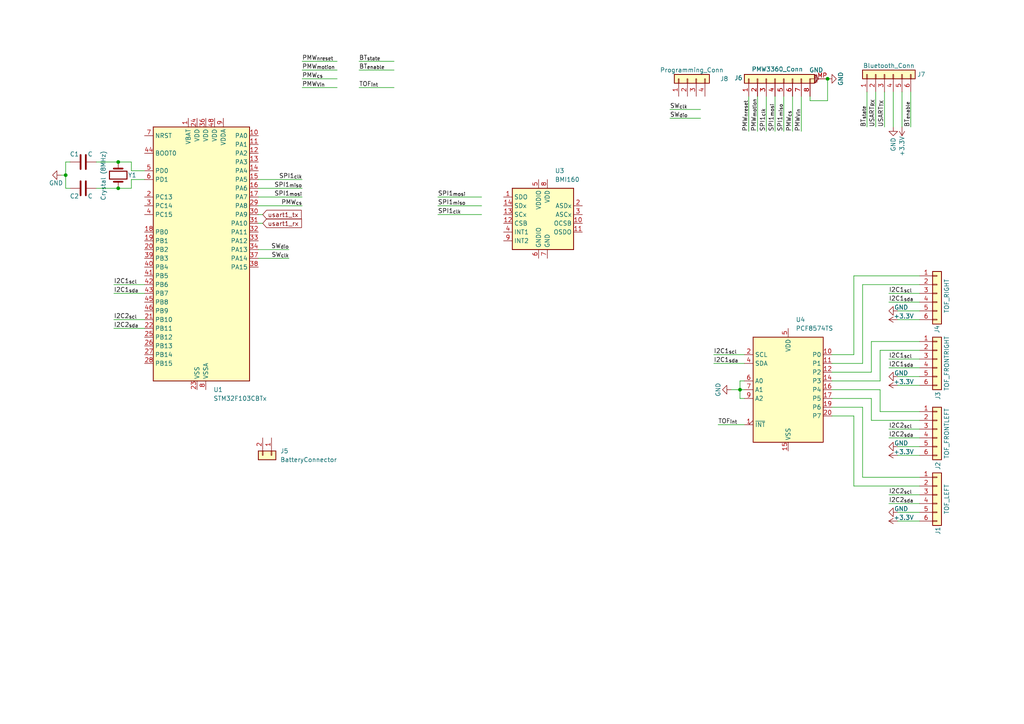
<source format=kicad_sch>
(kicad_sch (version 20231120) (generator "eeschema") (generator_version "8.0")
  (paper "A4")
  (lib_symbols
    (symbol "Connector_Generic:Conn_01x02" (pin_names (offset 1.016) hide)
      (property "Reference" "J" (at 0 2.54 0))
      (property "Value" "Conn_01x02" (at 0 -5.08 0))
      (symbol "Conn_01x02_1_1"
        (rectangle (start -1.27 -2.413) (end 0 -2.667) (stroke (width 0.1524)))
        (rectangle (start -1.27 0.127) (end 0 -0.127) (stroke (width 0.1524)))
        (rectangle (start -1.27 1.27) (end 1.27 -3.81) (stroke (width 0.254)) (fill (type background)))
        (pin passive line (at -5.08 0 0) (length 3.81) (name "Pin_1") (number "1"))
        (pin passive line (at -5.08 -2.54 0) (length 3.81) (name "Pin_2") (number "2"))
      )
    )
    (symbol "Connector_Generic:Conn_01x04" (pin_names (offset 1.016) hide)
      (property "Reference" "J" (at 0 5.08 0))
      (property "Value" "Conn_01x04" (at 0 -7.62 0))
      (symbol "Conn_01x04_1_1"
        (rectangle (start -1.27 -4.953) (end 0 -5.207) (stroke (width 0.1524)))
        (rectangle (start -1.27 -2.413) (end 0 -2.667) (stroke (width 0.1524)))
        (rectangle (start -1.27 0.127) (end 0 -0.127) (stroke (width 0.1524)))
        (rectangle (start -1.27 2.667) (end 0 2.413) (stroke (width 0.1524)))
        (rectangle (start -1.27 3.81) (end 1.27 -6.35) (stroke (width 0.254)) (fill (type background)))
        (pin passive line (at -5.08 2.54 0) (length 3.81) (name "Pin_1") (number "1"))
        (pin passive line (at -5.08 0 0) (length 3.81) (name "Pin_2") (number "2"))
        (pin passive line (at -5.08 -2.54 0) (length 3.81) (name "Pin_3") (number "3"))
        (pin passive line (at -5.08 -5.08 0) (length 3.81) (name "Pin_4") (number "4"))
      )
    )
    (symbol "Connector_Generic:Conn_01x06" (pin_names (offset 1.016) hide)
      (property "Reference" "J" (at 0 7.62 0))
      (property "Value" "Conn_01x06" (at 0 -10.16 0))
      (symbol "Conn_01x06_1_1"
        (rectangle (start -1.27 -7.493) (end 0 -7.747) (stroke (width 0.1524)))
        (rectangle (start -1.27 -4.953) (end 0 -5.207) (stroke (width 0.1524)))
        (rectangle (start -1.27 -2.413) (end 0 -2.667) (stroke (width 0.1524)))
        (rectangle (start -1.27 0.127) (end 0 -0.127) (stroke (width 0.1524)))
        (rectangle (start -1.27 2.667) (end 0 2.413) (stroke (width 0.1524)))
        (rectangle (start -1.27 5.207) (end 0 4.953) (stroke (width 0.1524)))
        (rectangle (start -1.27 6.35) (end 1.27 -8.89) (stroke (width 0.254)) (fill (type background)))
        (pin passive line (at -5.08 5.08 0) (length 3.81) (name "Pin_1") (number "1"))
        (pin passive line (at -5.08 2.54 0) (length 3.81) (name "Pin_2") (number "2"))
        (pin passive line (at -5.08 0 0) (length 3.81) (name "Pin_3") (number "3"))
        (pin passive line (at -5.08 -2.54 0) (length 3.81) (name "Pin_4") (number "4"))
        (pin passive line (at -5.08 -5.08 0) (length 3.81) (name "Pin_5") (number "5"))
        (pin passive line (at -5.08 -7.62 0) (length 3.81) (name "Pin_6") (number "6"))
      )
    )
    (symbol "Connector_Generic_MountingPin:Conn_01x08_MountingPin" (pin_names (offset 1.016) hide)
      (property "Reference" "J" (at 0 10.16 0))
      (property "Value" "Conn_01x08_MountingPin" (at 1.27 -12.7 0))
      (symbol "Conn_01x08_MountingPin_1_1"
        (rectangle (start -1.27 -10.033) (end 0 -10.287) (stroke (width 0.1524)))
        (rectangle (start -1.27 -7.493) (end 0 -7.747) (stroke (width 0.1524)))
        (rectangle (start -1.27 -4.953) (end 0 -5.207) (stroke (width 0.1524)))
        (rectangle (start -1.27 -2.413) (end 0 -2.667) (stroke (width 0.1524)))
        (rectangle (start -1.27 0.127) (end 0 -0.127) (stroke (width 0.1524)))
        (rectangle (start -1.27 2.667) (end 0 2.413) (stroke (width 0.1524)))
        (rectangle (start -1.27 5.207) (end 0 4.953) (stroke (width 0.1524)))
        (rectangle (start -1.27 7.747) (end 0 7.493) (stroke (width 0.1524)))
        (rectangle (start -1.27 8.89) (end 1.27 -11.43) (stroke (width 0.254)) (fill (type background)))
        (polyline (pts (xy -1.016 -12.192) (xy 1.016 -12.192)) (stroke (width 0.1524)))
        (text "Mounting" (at 0 -11.811 0) (effects (font (size 0.381 0.381))))
        (pin passive line (at -5.08 7.62 0) (length 3.81) (name "Pin_1") (number "1"))
        (pin passive line (at -5.08 5.08 0) (length 3.81) (name "Pin_2") (number "2"))
        (pin passive line (at -5.08 2.54 0) (length 3.81) (name "Pin_3") (number "3"))
        (pin passive line (at -5.08 0 0) (length 3.81) (name "Pin_4") (number "4"))
        (pin passive line (at -5.08 -2.54 0) (length 3.81) (name "Pin_5") (number "5"))
        (pin passive line (at -5.08 -5.08 0) (length 3.81) (name "Pin_6") (number "6"))
        (pin passive line (at -5.08 -7.62 0) (length 3.81) (name "Pin_7") (number "7"))
        (pin passive line (at -5.08 -10.16 0) (length 3.81) (name "Pin_8") (number "8"))
        (pin passive line (at 0 -15.24 90) (length 3.048) (name "MountPin") (number "MP"))
      )
    )
    (symbol "Device:C" (pin_numbers hide) (pin_names (offset 0.254))
      (property "Reference" "C" (at 0.635 2.54 0))
      (property "Value" "C" (at 0.635 -2.54 0))
      (symbol "C_0_1"
        (polyline (pts (xy -2.032 -0.762) (xy 2.032 -0.762)) (stroke (width 0.508)))
        (polyline (pts (xy -2.032 0.762) (xy 2.032 0.762)) (stroke (width 0.508)))
      )
      (symbol "C_1_1"
        (pin passive line (at 0 3.81 270) (length 2.794) (name "~") (number "1"))
        (pin passive line (at 0 -3.81 90) (length 2.794) (name "~") (number "2"))
      )
    )
    (symbol "Device:Crystal" (pin_numbers hide) (pin_names (offset 1.016) hide)
      (property "Reference" "Y" (at 0 3.81 0))
      (property "Value" "Crystal" (at 0 -3.81 0))
      (symbol "Crystal_0_1"
        (rectangle (start -1.143 2.54) (end 1.143 -2.54) (stroke (width 0.3048)))
        (polyline (pts (xy -2.54 0) (xy -1.905 0)))
        (polyline (pts (xy -1.905 -1.27) (xy -1.905 1.27)) (stroke (width 0.508)))
        (polyline (pts (xy 1.905 -1.27) (xy 1.905 1.27)) (stroke (width 0.508)))
        (polyline (pts (xy 2.54 0) (xy 1.905 0)))
      )
      (symbol "Crystal_1_1"
        (pin passive line (at -3.81 0 0) (length 1.27) (name "1") (number "1"))
        (pin passive line (at 3.81 0 180) (length 1.27) (name "2") (number "2"))
      )
    )
    (symbol "Interface_Expansion:PCF8574TS"
      (property "Reference" "U" (at -8.89 16.51 0))
      (property "Value" "PCF8574TS" (at 3.81 16.51 0))
      (symbol "PCF8574TS_0_1"
        (rectangle (start -10.16 15.24) (end 10.16 -15.24) (stroke (width 0.254)) (fill (type background)))
      )
      (symbol "PCF8574TS_1_1"
        (pin open_collector output_low (at -12.7 -10.16 0) (length 2.54) (name "~{INT}") (number "1"))
        (pin bidirectional line (at 12.7 10.16 180) (length 2.54) (name "P0") (number "10"))
        (pin bidirectional line (at 12.7 7.62 180) (length 2.54) (name "P1") (number "11"))
        (pin bidirectional line (at 12.7 5.08 180) (length 2.54) (name "P2") (number "12"))
        (pin no_connect line (at -10.16 -5.08 0) (length 2.54) hide (name "NC") (number "13"))
        (pin bidirectional line (at 12.7 2.54 180) (length 2.54) (name "P3") (number "14"))
        (pin power_in line (at 0 -17.78 90) (length 2.54) (name "VSS") (number "15"))
        (pin bidirectional line (at 12.7 0 180) (length 2.54) (name "P4") (number "16"))
        (pin bidirectional line (at 12.7 -2.54 180) (length 2.54) (name "P5") (number "17"))
        (pin no_connect line (at -10.16 -7.62 0) (length 2.54) hide (name "NC") (number "18"))
        (pin bidirectional line (at 12.7 -5.08 180) (length 2.54) (name "P6") (number "19"))
        (pin input line (at -12.7 10.16 0) (length 2.54) (name "SCL") (number "2"))
        (pin bidirectional line (at 12.7 -7.62 180) (length 2.54) (name "P7") (number "20"))
        (pin no_connect line (at 10.16 -10.16 180) (length 2.54) hide (name "NC") (number "3"))
        (pin bidirectional line (at -12.7 7.62 0) (length 2.54) (name "SDA") (number "4"))
        (pin power_in line (at 0 17.78 270) (length 2.54) (name "VDD") (number "5"))
        (pin input line (at -12.7 2.54 0) (length 2.54) (name "A0") (number "6"))
        (pin input line (at -12.7 0 0) (length 2.54) (name "A1") (number "7"))
        (pin no_connect line (at 10.16 -12.7 180) (length 2.54) hide (name "NC") (number "8"))
        (pin input line (at -12.7 -2.54 0) (length 2.54) (name "A2") (number "9"))
      )
    )
    (symbol "MCU_ST_STM32F1:STM32F103CBTx"
      (property "Reference" "U" (at -12.7 39.37 0))
      (property "Value" "STM32F103CBTx" (at 10.16 39.37 0))
      (symbol "STM32F103CBTx_0_1"
        (rectangle (start -12.7 -35.56) (end 15.24 38.1) (stroke (width 0.254)) (fill (type background)))
      )
      (symbol "STM32F103CBTx_1_1"
        (pin power_in line (at -2.54 40.64 270) (length 2.54) (name "VBAT") (number "1"))
        (pin bidirectional line (at 17.78 35.56 180) (length 2.54) (name "PA0") (number "10"))
        (pin bidirectional line (at 17.78 33.02 180) (length 2.54) (name "PA1") (number "11"))
        (pin bidirectional line (at 17.78 30.48 180) (length 2.54) (name "PA2") (number "12"))
        (pin bidirectional line (at 17.78 27.94 180) (length 2.54) (name "PA3") (number "13"))
        (pin bidirectional line (at 17.78 25.4 180) (length 2.54) (name "PA4") (number "14"))
        (pin bidirectional line (at 17.78 22.86 180) (length 2.54) (name "PA5") (number "15"))
        (pin bidirectional line (at 17.78 20.32 180) (length 2.54) (name "PA6") (number "16"))
        (pin bidirectional line (at 17.78 17.78 180) (length 2.54) (name "PA7") (number "17"))
        (pin bidirectional line (at -15.24 7.62 0) (length 2.54) (name "PB0") (number "18"))
        (pin bidirectional line (at -15.24 5.08 0) (length 2.54) (name "PB1") (number "19"))
        (pin bidirectional line (at -15.24 17.78 0) (length 2.54) (name "PC13") (number "2"))
        (pin bidirectional line (at -15.24 2.54 0) (length 2.54) (name "PB2") (number "20"))
        (pin bidirectional line (at -15.24 -17.78 0) (length 2.54) (name "PB10") (number "21"))
        (pin bidirectional line (at -15.24 -20.32 0) (length 2.54) (name "PB11") (number "22"))
        (pin power_in line (at 0 -38.1 90) (length 2.54) (name "VSS") (number "23"))
        (pin power_in line (at 0 40.64 270) (length 2.54) (name "VDD") (number "24"))
        (pin bidirectional line (at -15.24 -22.86 0) (length 2.54) (name "PB12") (number "25"))
        (pin bidirectional line (at -15.24 -25.4 0) (length 2.54) (name "PB13") (number "26"))
        (pin bidirectional line (at -15.24 -27.94 0) (length 2.54) (name "PB14") (number "27"))
        (pin bidirectional line (at -15.24 -30.48 0) (length 2.54) (name "PB15") (number "28"))
        (pin bidirectional line (at 17.78 15.24 180) (length 2.54) (name "PA8") (number "29"))
        (pin bidirectional line (at -15.24 15.24 0) (length 2.54) (name "PC14") (number "3"))
        (pin bidirectional line (at 17.78 12.7 180) (length 2.54) (name "PA9") (number "30"))
        (pin bidirectional line (at 17.78 10.16 180) (length 2.54) (name "PA10") (number "31"))
        (pin bidirectional line (at 17.78 7.62 180) (length 2.54) (name "PA11") (number "32"))
        (pin bidirectional line (at 17.78 5.08 180) (length 2.54) (name "PA12") (number "33"))
        (pin bidirectional line (at 17.78 2.54 180) (length 2.54) (name "PA13") (number "34"))
        (pin passive line (at 0 -38.1 90) (length 2.54) hide (name "VSS") (number "35"))
        (pin power_in line (at 2.54 40.64 270) (length 2.54) (name "VDD") (number "36"))
        (pin bidirectional line (at 17.78 0 180) (length 2.54) (name "PA14") (number "37"))
        (pin bidirectional line (at 17.78 -2.54 180) (length 2.54) (name "PA15") (number "38"))
        (pin bidirectional line (at -15.24 0 0) (length 2.54) (name "PB3") (number "39"))
        (pin bidirectional line (at -15.24 12.7 0) (length 2.54) (name "PC15") (number "4"))
        (pin bidirectional line (at -15.24 -2.54 0) (length 2.54) (name "PB4") (number "40"))
        (pin bidirectional line (at -15.24 -5.08 0) (length 2.54) (name "PB5") (number "41"))
        (pin bidirectional line (at -15.24 -7.62 0) (length 2.54) (name "PB6") (number "42"))
        (pin bidirectional line (at -15.24 -10.16 0) (length 2.54) (name "PB7") (number "43"))
        (pin input line (at -15.24 30.48 0) (length 2.54) (name "BOOT0") (number "44"))
        (pin bidirectional line (at -15.24 -12.7 0) (length 2.54) (name "PB8") (number "45"))
        (pin bidirectional line (at -15.24 -15.24 0) (length 2.54) (name "PB9") (number "46"))
        (pin passive line (at 0 -38.1 90) (length 2.54) hide (name "VSS") (number "47"))
        (pin power_in line (at 5.08 40.64 270) (length 2.54) (name "VDD") (number "48"))
        (pin bidirectional line (at -15.24 25.4 0) (length 2.54) (name "PD0") (number "5"))
        (pin bidirectional line (at -15.24 22.86 0) (length 2.54) (name "PD1") (number "6"))
        (pin input line (at -15.24 35.56 0) (length 2.54) (name "NRST") (number "7"))
        (pin power_in line (at 2.54 -38.1 90) (length 2.54) (name "VSSA") (number "8"))
        (pin power_in line (at 7.62 40.64 270) (length 2.54) (name "VDDA") (number "9"))
      )
    )
    (symbol "Sensor_Motion:BMI160"
      (property "Reference" "U" (at -10.16 8.89 0))
      (property "Value" "BMI160" (at 7.62 8.89 0))
      (symbol "BMI160_1_1"
        (rectangle (start -10.16 7.62) (end 7.62 -10.16) (stroke (width 0.254)) (fill (type background)))
        (pin bidirectional line (at -12.7 5.08 0) (length 2.54) (name "SDO") (number "1"))
        (pin bidirectional line (at 10.16 -2.54 180) (length 2.54) (name "OCSB") (number "10"))
        (pin bidirectional line (at 10.16 -5.08 180) (length 2.54) (name "OSDO") (number "11"))
        (pin input line (at -12.7 -2.54 0) (length 2.54) (name "CSB") (number "12"))
        (pin input line (at -12.7 0 0) (length 2.54) (name "SCx") (number "13"))
        (pin bidirectional line (at -12.7 2.54 0) (length 2.54) (name "SDx") (number "14"))
        (pin bidirectional line (at 10.16 2.54 180) (length 2.54) (name "ASDx") (number "2"))
        (pin output line (at 10.16 0 180) (length 2.54) (name "ASCx") (number "3"))
        (pin bidirectional line (at -12.7 -5.08 0) (length 2.54) (name "INT1") (number "4"))
        (pin power_in line (at -2.54 10.16 270) (length 2.54) (name "VDDIO") (number "5"))
        (pin power_in line (at -2.54 -12.7 90) (length 2.54) (name "GNDIO") (number "6"))
        (pin power_in line (at 0 -12.7 90) (length 2.54) (name "GND") (number "7"))
        (pin power_in line (at 0 10.16 270) (length 2.54) (name "VDD") (number "8"))
        (pin bidirectional line (at -12.7 -7.62 0) (length 2.54) (name "INT2") (number "9"))
      )
    )
    (symbol "power:+3.3V" (power) (pin_names (offset 0))
      (property "Value" "+3.3V" (at 0 3.556 0))
      (symbol "+3.3V_0_1"
        (polyline (pts (xy -0.762 1.27) (xy 0 2.54)))
        (polyline (pts (xy 0 0) (xy 0 2.54)))
        (polyline (pts (xy 0 2.54) (xy 0.762 1.27)))
      )
      (symbol "+3.3V_1_1"
        (pin power_in line (at 0 0 90) (length 0) hide (name "+3.3V") (number "1"))
      )
    )
    (symbol "power:GND" (power) (pin_names (offset 0))
      (property "Value" "GND" (at 0 -3.81 0))
      (symbol "GND_0_1"
        (polyline (pts (xy 0 0) (xy 0 -1.27) (xy 1.27 -1.27) (xy 0 -2.54) (xy -1.27 -1.27) (xy 0 -1.27)))
      )
      (symbol "GND_1_1"
        (pin power_in line (at 0 0 270) (length 0) hide (name "GND") (number "1"))
      )
    )
  )
  (junction (at 240.03 22.86))
  (junction (at 34.29 46.99))
  (junction (at 34.29 54.61))
  (junction (at 19.05 50.8))
  (junction (at 214.63 113.03))
  (wire (pts (xy 234.95 29.21) (xy 240.03 29.21)))
  (wire (pts (xy 247.65 140.97) (xy 266.7 140.97)))
  (wire (pts (xy 27.94 54.61) (xy 34.29 54.61)))
  (wire (pts (xy 247.65 140.97) (xy 247.65 120.65)))
  (wire (pts (xy 247.65 120.65) (xy 241.3 120.65)))
  (wire (pts (xy 74.93 72.39) (xy 83.82 72.39)))
  (wire (pts (xy 260.35 129.54) (xy 266.7 129.54)))
  (wire (pts (xy 256.54 36.83) (xy 256.54 26.67)))
  (wire (pts (xy 38.1 54.61) (xy 34.29 54.61)))
  (wire (pts (xy 212.09 113.03) (xy 214.63 113.03)))
  (wire (pts (xy 260.35 148.59) (xy 266.7 148.59)))
  (wire (pts (xy 250.19 105.41) (xy 241.3 105.41)))
  (wire (pts (xy 87.63 25.4) (xy 97.79 25.4)))
  (wire (pts (xy 257.81 127) (xy 266.7 127)))
  (wire (pts (xy 241.3 102.87) (xy 247.65 102.87)))
  (wire (pts (xy 214.63 110.49) (xy 214.63 113.03)))
  (wire (pts (xy 104.14 17.78) (xy 114.3 17.78)))
  (wire (pts (xy 38.1 46.99) (xy 38.1 49.53)))
  (wire (pts (xy 104.14 25.4) (xy 114.3 25.4)))
  (wire (pts (xy 74.93 74.93) (xy 83.82 74.93)))
  (wire (pts (xy 259.08 36.83) (xy 259.08 26.67)))
  (wire (pts (xy 87.63 22.86) (xy 97.79 22.86)))
  (wire (pts (xy 20.32 46.99) (xy 19.05 46.99)))
  (wire (pts (xy 87.63 20.32) (xy 97.79 20.32)))
  (wire (pts (xy 260.35 111.76) (xy 266.7 111.76)))
  (wire (pts (xy 257.81 104.14) (xy 266.7 104.14)))
  (wire (pts (xy 232.41 38.1) (xy 232.41 27.94)))
  (wire (pts (xy 252.73 107.95) (xy 252.73 99.06)))
  (wire (pts (xy 250.19 138.43) (xy 266.7 138.43)))
  (wire (pts (xy 207.01 105.41) (xy 215.9 105.41)))
  (wire (pts (xy 87.63 57.15) (xy 74.93 57.15)))
  (wire (pts (xy 260.35 151.13) (xy 266.7 151.13)))
  (wire (pts (xy 19.05 46.99) (xy 19.05 50.8)))
  (wire (pts (xy 260.35 90.17) (xy 266.7 90.17)))
  (wire (pts (xy 255.27 113.03) (xy 255.27 119.38)))
  (wire (pts (xy 252.73 99.06) (xy 266.7 99.06)))
  (wire (pts (xy 203.2 34.29) (xy 194.31 34.29)))
  (wire (pts (xy 17.78 50.8) (xy 19.05 50.8)))
  (wire (pts (xy 87.63 17.78) (xy 97.79 17.78)))
  (wire (pts (xy 227.33 38.1) (xy 227.33 27.94)))
  (wire (pts (xy 19.05 50.8) (xy 19.05 54.61)))
  (wire (pts (xy 247.65 102.87) (xy 247.65 80.01)))
  (wire (pts (xy 229.87 38.1) (xy 229.87 27.94)))
  (wire (pts (xy 241.3 115.57) (xy 252.73 115.57)))
  (wire (pts (xy 203.2 31.75) (xy 194.31 31.75)))
  (wire (pts (xy 264.16 36.83) (xy 264.16 26.67)))
  (wire (pts (xy 255.27 110.49) (xy 255.27 101.6)))
  (wire (pts (xy 222.25 38.1) (xy 222.25 27.94)))
  (wire (pts (xy 74.93 59.69) (xy 87.63 59.69)))
  (wire (pts (xy 214.63 113.03) (xy 214.63 115.57)))
  (wire (pts (xy 260.35 109.22) (xy 266.7 109.22)))
  (wire (pts (xy 104.14 20.32) (xy 114.3 20.32)))
  (wire (pts (xy 260.35 132.08) (xy 266.7 132.08)))
  (wire (pts (xy 38.1 49.53) (xy 41.91 49.53)))
  (wire (pts (xy 76.2 62.23) (xy 74.93 62.23)))
  (wire (pts (xy 250.19 82.55) (xy 266.7 82.55)))
  (wire (pts (xy 33.02 85.09) (xy 41.91 85.09)))
  (wire (pts (xy 208.28 123.19) (xy 215.9 123.19)))
  (wire (pts (xy 241.3 113.03) (xy 255.27 113.03)))
  (wire (pts (xy 247.65 80.01) (xy 266.7 80.01)))
  (wire (pts (xy 250.19 118.11) (xy 250.19 138.43)))
  (wire (pts (xy 260.35 92.71) (xy 266.7 92.71)))
  (wire (pts (xy 257.81 87.63) (xy 266.7 87.63)))
  (wire (pts (xy 74.93 52.07) (xy 87.63 52.07)))
  (wire (pts (xy 257.81 146.05) (xy 266.7 146.05)))
  (wire (pts (xy 255.27 101.6) (xy 266.7 101.6)))
  (wire (pts (xy 33.02 95.25) (xy 41.91 95.25)))
  (wire (pts (xy 214.63 113.03) (xy 215.9 113.03)))
  (wire (pts (xy 240.03 29.21) (xy 240.03 22.86)))
  (wire (pts (xy 127 59.69) (xy 139.7 59.69)))
  (wire (pts (xy 33.02 82.55) (xy 41.91 82.55)))
  (wire (pts (xy 257.81 106.68) (xy 266.7 106.68)))
  (wire (pts (xy 261.62 36.83) (xy 261.62 26.67)))
  (wire (pts (xy 224.79 38.1) (xy 224.79 27.94)))
  (wire (pts (xy 257.81 85.09) (xy 266.7 85.09)))
  (wire (pts (xy 19.05 54.61) (xy 20.32 54.61)))
  (wire (pts (xy 219.71 38.1) (xy 219.71 27.94)))
  (wire (pts (xy 251.46 36.83) (xy 251.46 26.67)))
  (wire (pts (xy 250.19 82.55) (xy 250.19 105.41)))
  (wire (pts (xy 252.73 121.92) (xy 266.7 121.92)))
  (wire (pts (xy 234.95 29.21) (xy 234.95 27.94)))
  (wire (pts (xy 38.1 52.07) (xy 38.1 54.61)))
  (wire (pts (xy 34.29 46.99) (xy 38.1 46.99)))
  (wire (pts (xy 41.91 52.07) (xy 38.1 52.07)))
  (wire (pts (xy 27.94 46.99) (xy 34.29 46.99)))
  (wire (pts (xy 217.17 38.1) (xy 217.17 27.94)))
  (wire (pts (xy 241.3 110.49) (xy 255.27 110.49)))
  (wire (pts (xy 257.81 143.51) (xy 266.7 143.51)))
  (wire (pts (xy 207.01 102.87) (xy 215.9 102.87)))
  (wire (pts (xy 241.3 107.95) (xy 252.73 107.95)))
  (wire (pts (xy 252.73 115.57) (xy 252.73 121.92)))
  (wire (pts (xy 33.02 92.71) (xy 41.91 92.71)))
  (wire (pts (xy 215.9 110.49) (xy 214.63 110.49)))
  (wire (pts (xy 257.81 124.46) (xy 266.7 124.46)))
  (wire (pts (xy 87.63 54.61) (xy 74.93 54.61)))
  (wire (pts (xy 76.2 64.77) (xy 74.93 64.77)))
  (wire (pts (xy 241.3 118.11) (xy 250.19 118.11)))
  (wire (pts (xy 214.63 115.57) (xy 215.9 115.57)))
  (wire (pts (xy 254 36.83) (xy 254 26.67)))
  (wire (pts (xy 139.7 62.23) (xy 127 62.23)))
  (wire (pts (xy 127 57.15) (xy 139.7 57.15)))
  (wire (pts (xy 255.27 119.38) (xy 266.7 119.38)))
  (label "SPI1_{clk}" (at 222.25 38.1 90))
  (label "BT_{enable}" (at 104.14 20.32 0))
  (label "PMW_{nreset}" (at 87.63 17.78 0))
  (label "SPI1_{clk}" (at 87.63 52.07 180))
  (label "PMW_{Vin}" (at 232.41 38.1 90))
  (label "I2C1_{scl}" (at 207.01 102.87 0))
  (label "SPI1_{miso}" (at 127 59.69 0))
  (label "PMW_{cs}" (at 87.63 22.86 0))
  (label "I2C1_{scl}" (at 33.02 82.55 0))
  (label "I2C1_{sda}" (at 33.02 85.09 0))
  (label "PMW_{cs}" (at 87.63 59.69 180))
  (label "I2C1_{sda}" (at 207.01 105.41 0))
  (label "TOF_{int}" (at 208.28 123.19 0))
  (label "SPI1_{miso}" (at 87.63 54.61 180))
  (label "SW_{clk}" (at 83.82 74.93 180))
  (label "BT_{enable}" (at 264.16 36.83 90))
  (label "USART_{TX}" (at 256.54 36.83 90))
  (label "SPI1_{mosi}" (at 224.79 38.1 90))
  (label "I2C1_{scl}" (at 257.81 104.14 0))
  (label "I2C2_{scl}" (at 257.81 124.46 0))
  (label "I2C1_{scl}" (at 257.81 85.09 0))
  (label "PMW_{cs}" (at 229.87 38.1 90))
  (label "I2C2_{sda}" (at 257.81 127 0))
  (label "I2C2_{scl}" (at 257.81 143.51 0))
  (label "PMW_{motion}" (at 87.63 20.32 0))
  (label "SW_{clk}" (at 194.31 31.75 0))
  (label "I2C1_{sda}" (at 257.81 106.68 0))
  (label "SPI1_{mosi}" (at 127 57.15 0))
  (label "BT_{state}" (at 104.14 17.78 0))
  (label "PMW_{motion}" (at 219.71 38.1 90))
  (label "TOF_{int}" (at 104.14 25.4 0))
  (label "PMW_{Vin}" (at 87.63 25.4 0))
  (label "SPI1_{mosi}" (at 87.63 57.15 180))
  (label "I2C2_{sda}" (at 33.02 95.25 0))
  (label "I2C1_{sda}" (at 257.81 87.63 0))
  (label "SPI1_{clk}" (at 127 62.23 0))
  (label "I2C2_{sda}" (at 257.81 146.05 0))
  (label "SW_{dio}" (at 194.31 34.29 0))
  (label "BT_{state}" (at 251.46 36.83 90))
  (label "I2C2_{scl}" (at 33.02 92.71 0))
  (label "PMW_{nreset}" (at 217.17 38.1 90))
  (label "SW_{dio}" (at 83.82 72.39 180))
  (label "USART_{RX}" (at 254 36.83 90))
  (label "SPI1_{miso}" (at 227.33 38.1 90))
  (global_label "usart1_rx" (shape input) (at 76.2 64.77 0) (property "Intersheetrefs" "${INTERSHEET_REFS}" (effects (hide yes))))
  (global_label "usart1_tx" (shape input) (at 76.2 62.23 0) (property "Intersheetrefs" "${INTERSHEET_REFS}" (effects (hide yes))))
  (symbol (lib_id "Connector_Generic:Conn_01x06") (at 271.78 85.09 0) (unit 1)
    (property "Reference" "J4" (at 271.78 95.504 90))
    (property "Value" "TOF_RIGHT" (at 274.574 85.852 90))
    (property "Footprint" "Connector_PinHeader_2.54mm:PinHeader_1x06_P2.54mm_Vertical" (effects (hide yes)))
  )
  (symbol (lib_id "power:GND") (at 260.35 129.54 270) (unit 1)
    (property "Reference" "#PWR011" (effects (hide yes)))
    (property "Value" "GND" (at 259.334 128.524 90) (effects (justify left)))
  )
  (symbol (lib_id "power:GND") (at 212.09 113.03 270) (unit 1)
    (property "Reference" "#PWR013" (effects (hide yes)))
    (property "Value" "GND" (at 208.28 113.03 0))
  )
  (symbol (lib_id "power:GND") (at 17.78 50.8 270) (unit 1)
    (property "Reference" "#PWR014" (effects (hide yes)))
    (property "Value" "GND" (at 18.288 53.086 90) (effects (justify right)))
    (property "Description" "Power symbol creates a global label with name \"GND\" , ground" (effects (hide yes)))
  )
  (symbol (lib_id "MCU_ST_STM32F1:STM32F103CBTx") (at 57.15 74.93 0) (unit 1)
    (property "Reference" "U1" (at 61.8841 113.03 0) (effects (justify left)))
    (property "Value" "STM32F103CBTx" (at 61.8841 115.57 0) (effects (justify left)))
    (property "Footprint" "Package_QFP:LQFP-48_7x7mm_P0.5mm" (effects (hide yes)))
    (property "Datasheet" "https://www.st.com/resource/en/datasheet/stm32f103cb.pdf" (effects (hide yes)))
    (property "Description" "STMicroelectronics Arm Cortex-M3 MCU, 128KB flash, 20KB RAM, 72 MHz, 2.0-3.6V, 37 GPIO, LQFP48" (effects (hide yes)))
  )
  (symbol (lib_id "power:+3.3V") (at 260.35 92.71 90) (unit 1)
    (property "Reference" "#PWR05" (effects (hide yes)))
    (property "Value" "+3.3V" (at 262.128 91.694 90))
  )
  (symbol (lib_id "Device:C") (at 24.13 54.61 270) (unit 1)
    (property "Reference" "C2" (at 21.59 56.896 90))
    (property "Value" "C" (at 26.162 56.896 90))
    (property "Description" "Unpolarized capacitor" (effects (hide yes)))
  )
  (symbol (lib_id "Connector_Generic:Conn_01x02") (at 78.74 132.08 270) (unit 1)
    (property "Reference" "J5" (at 81.28 130.8099 90) (effects (justify left)))
    (property "Value" "BatteryConnector" (at 81.28 133.3499 90) (effects (justify left)))
    (property "Footprint" "Connector_JST:JST_EH_B2B-EH-A_1x02_P2.50mm_Vertical" (effects (hide yes)))
    (property "Description" "Generic connector, single row, 01x02, script generated (kicad-library-utils/schlib/autogen/connector/)" (effects (hide yes)))
  )
  (symbol (lib_id "Connector_Generic:Conn_01x04") (at 199.39 22.86 90) (unit 1)
    (property "Reference" "J8" (at 210.058 22.86 90))
    (property "Value" "Programming_Conn" (at 200.66 20.32 90))
    (property "Footprint" "Connector_PinHeader_2.54mm:PinHeader_1x06_P2.54mm_Vertical" (effects (hide yes)))
    (property "Description" "Generic connector, single row, 01x04, script generated (kicad-library-utils/schlib/autogen/connector/)" (effects (hide yes)))
  )
  (symbol (lib_id "Connector_Generic_MountingPin:Conn_01x08_MountingPin") (at 224.79 22.86 90) (unit 1)
    (property "Reference" "J6" (at 215.392 22.606 90) (effects (justify left)))
    (property "Value" "PMW3360_Conn" (at 232.918 20.066 90) (effects (justify left)))
    (property "Footprint" "Connector_JST:JST_SH_SM08B-SRSS-TB_1x08-1MP_P1.00mm_Horizontal" (effects (hide yes)))
    (property "Description" "Generic connectable mounting pin connector, single row, 01x08, script generated (kicad-library-utils/schlib/autogen/connector/)" (effects (hide yes)))
  )
  (symbol (lib_id "power:GND") (at 260.35 109.22 270) (unit 1)
    (property "Reference" "#PWR01" (effects (hide yes)))
    (property "Value" "GND" (at 259.334 108.204 90) (effects (justify left)))
  )
  (symbol (lib_id "power:+3.3V") (at 261.62 36.83 180) (unit 1)
    (property "Reference" "#PWR08" (effects (hide yes)))
    (property "Value" "+3.3V" (at 261.62 42.418 90))
  )
  (symbol (lib_id "Connector_Generic:Conn_01x06") (at 256.54 21.59 90) (unit 1)
    (property "Reference" "J7" (at 267.208 21.59 90))
    (property "Value" "Bluetooth_Conn" (at 257.81 19.05 90))
    (property "Footprint" "Connector_PinHeader_2.54mm:PinHeader_1x06_P2.54mm_Vertical" (effects (hide yes)))
  )
  (symbol (lib_id "power:GND") (at 259.08 36.83 0) (unit 1)
    (property "Reference" "#PWR07" (effects (hide yes)))
    (property "Value" "GND" (at 259.08 41.91 90))
  )
  (symbol (lib_id "Device:C") (at 24.13 46.99 90) (unit 1)
    (property "Reference" "C1" (at 21.59 44.704 90))
    (property "Value" "C" (at 26.162 44.704 90))
    (property "Description" "Unpolarized capacitor" (effects (hide yes)))
  )
  (symbol (lib_id "Sensor_Motion:BMI160") (at 158.75 62.23 0) (unit 1)
    (property "Reference" "U3" (at 160.9441 49.53 0) (effects (justify left)))
    (property "Value" "BMI160" (at 160.9441 52.07 0) (effects (justify left)))
    (property "Footprint" "Package_LGA:Bosch_LGA-14_3x2.5mm_P0.5mm" (effects (hide yes)))
    (property "Datasheet" "https://www.bosch-sensortec.com/media/boschsensortec/downloads/datasheets/bst-bmi160-ds000.pdf" (effects (hide yes)))
    (property "Description" "Small, low power inertial measurement unit, LGA-14" (effects (hide yes)))
  )
  (symbol (lib_id "Connector_Generic:Conn_01x06") (at 271.78 104.14 0) (unit 1)
    (property "Reference" "J3" (at 272.034 114.808 90))
    (property "Value" "TOF_FRONTRIGHT" (at 274.574 105.41 90))
    (property "Footprint" "Connector_PinHeader_2.54mm:PinHeader_1x06_P2.54mm_Vertical" (effects (hide yes)))
  )
  (symbol (lib_id "power:+3.3V") (at 260.35 111.76 90) (unit 1)
    (property "Reference" "#PWR02" (effects (hide yes)))
    (property "Value" "+3.3V" (at 262.128 110.744 90))
  )
  (symbol (lib_id "power:GND") (at 260.35 148.59 270) (unit 1)
    (property "Reference" "#PWR03" (effects (hide yes)))
    (property "Value" "GND" (at 259.334 147.574 90) (effects (justify left)))
  )
  (symbol (lib_id "Interface_Expansion:PCF8574TS") (at 228.6 113.03 0) (unit 1)
    (property "Reference" "U4" (at 230.7941 92.71 0) (effects (justify left)))
    (property "Value" "PCF8574TS" (at 230.7941 95.25 0) (effects (justify left)))
    (property "Footprint" "Package_SO:SSOP-20_4.4x6.5mm_P0.65mm" (effects (hide yes)))
    (property "Datasheet" "http://www.nxp.com/docs/en/data-sheet/PCF8574_PCF8574A.pdf" (effects (hide yes)))
    (property "Description" "8 Bit Port/Expander to I2C Bus, SSOP-20" (effects (hide yes)))
  )
  (symbol (lib_id "power:GND") (at 240.03 22.86 90) (unit 1)
    (property "Reference" "#PWR010" (effects (hide yes)))
    (property "Value" "GND" (at 243.84 22.86 0))
  )
  (symbol (lib_id "power:+3.3V") (at 260.35 151.13 90) (unit 1)
    (property "Reference" "#PWR04" (effects (hide yes)))
    (property "Value" "+3.3V" (at 262.128 150.114 90))
  )
  (symbol (lib_id "power:GND") (at 260.35 90.17 270) (unit 1)
    (property "Reference" "#PWR06" (effects (hide yes)))
    (property "Value" "GND" (at 259.334 89.154 90) (effects (justify left)))
  )
  (symbol (lib_id "Device:Crystal") (at 34.29 50.8 90) (unit 1)
    (property "Reference" "Y1" (at 37.084 50.8 90) (effects (justify right)))
    (property "Value" "Crystal (8MHz)" (at 29.972 43.688 0) (effects (justify right)))
    (property "Footprint" "Crystal:Crystal_HC49-4H_Vertical" (effects (hide yes)))
    (property "Description" "Two pin crystal" (effects (hide yes)))
  )
  (symbol (lib_id "Connector_Generic:Conn_01x06") (at 271.78 124.46 0) (unit 1)
    (property "Reference" "J2" (at 272.034 135.128 90))
    (property "Value" "TOF_FRONTLEFT" (at 274.574 125.73 90))
    (property "Footprint" "Connector_PinHeader_2.54mm:PinHeader_1x06_P2.54mm_Vertical" (effects (hide yes)))
  )
  (symbol (lib_id "power:GND") (at 234.95 22.86 90) (unit 1)
    (property "Reference" "#PWR09" (effects (hide yes)))
    (property "Value" "GND" (at 236.728 20.32 90))
  )
  (symbol (lib_id "Connector_Generic:Conn_01x06") (at 271.78 143.51 0) (unit 1)
    (property "Reference" "J1" (at 272.034 153.924 90))
    (property "Value" "TOF_LEFT" (at 274.574 144.78 90))
    (property "Footprint" "Connector_PinHeader_2.54mm:PinHeader_1x06_P2.54mm_Vertical" (effects (hide yes)))
  )
  (symbol (lib_id "power:+3.3V") (at 260.35 132.08 90) (unit 1)
    (property "Reference" "#PWR012" (effects (hide yes)))
    (property "Value" "+3.3V" (at 262.128 131.064 90))
  )
)
</source>
